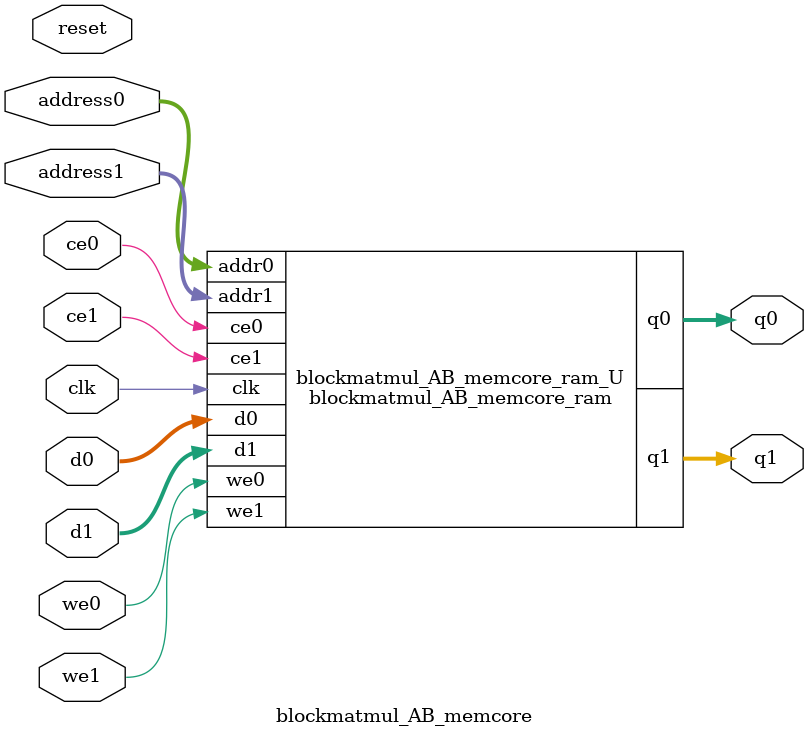
<source format=v>
`timescale 1 ns / 1 ps
module blockmatmul_AB_memcore_ram (addr0, ce0, d0, we0, q0, addr1, ce1, d1, we1, q1,  clk);

parameter DWIDTH = 32;
parameter AWIDTH = 4;
parameter MEM_SIZE = 16;

input[AWIDTH-1:0] addr0;
input ce0;
input[DWIDTH-1:0] d0;
input we0;
output reg[DWIDTH-1:0] q0;
input[AWIDTH-1:0] addr1;
input ce1;
input[DWIDTH-1:0] d1;
input we1;
output reg[DWIDTH-1:0] q1;
input clk;

(* ram_style = "block" *)reg [DWIDTH-1:0] ram[0:MEM_SIZE-1];




always @(posedge clk)  
begin 
    if (ce0) begin
        if (we0) 
            ram[addr0] <= d0; 
        q0 <= ram[addr0];
    end
end


always @(posedge clk)  
begin 
    if (ce1) begin
        if (we1) 
            ram[addr1] <= d1; 
        q1 <= ram[addr1];
    end
end


endmodule

`timescale 1 ns / 1 ps
module blockmatmul_AB_memcore(
    reset,
    clk,
    address0,
    ce0,
    we0,
    d0,
    q0,
    address1,
    ce1,
    we1,
    d1,
    q1);

parameter DataWidth = 32'd32;
parameter AddressRange = 32'd16;
parameter AddressWidth = 32'd4;
input reset;
input clk;
input[AddressWidth - 1:0] address0;
input ce0;
input we0;
input[DataWidth - 1:0] d0;
output[DataWidth - 1:0] q0;
input[AddressWidth - 1:0] address1;
input ce1;
input we1;
input[DataWidth - 1:0] d1;
output[DataWidth - 1:0] q1;



blockmatmul_AB_memcore_ram blockmatmul_AB_memcore_ram_U(
    .clk( clk ),
    .addr0( address0 ),
    .ce0( ce0 ),
    .we0( we0 ),
    .d0( d0 ),
    .q0( q0 ),
    .addr1( address1 ),
    .ce1( ce1 ),
    .we1( we1 ),
    .d1( d1 ),
    .q1( q1 ));

endmodule


</source>
